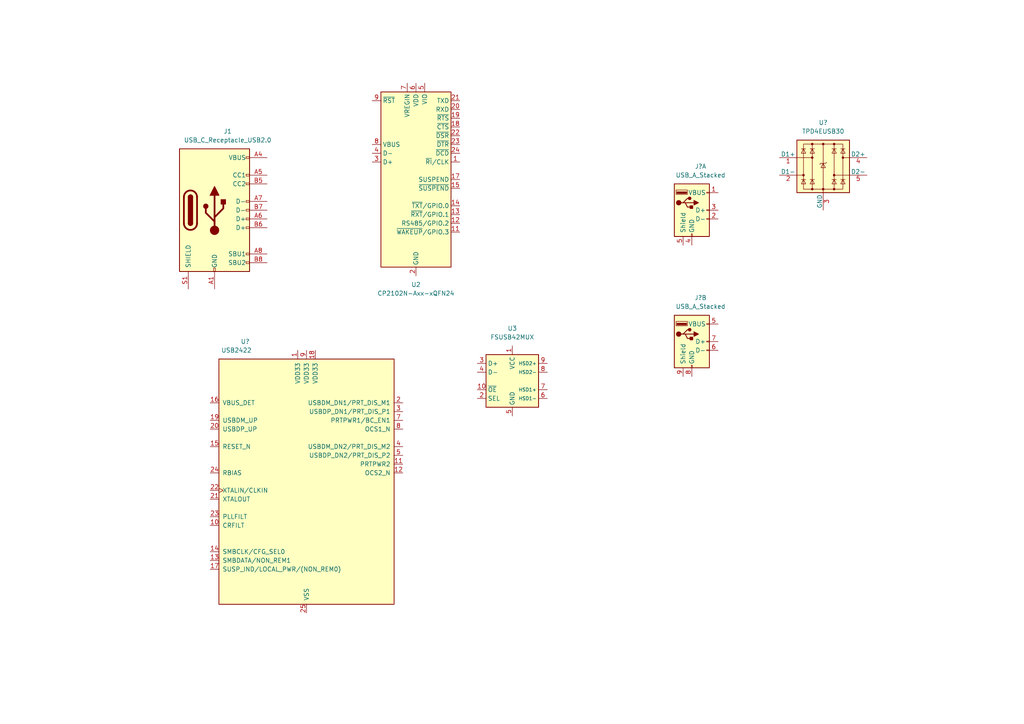
<source format=kicad_sch>
(kicad_sch (version 20201015) (generator eeschema)
  (paper "A4")
  (lib_symbols
    (symbol "Connector:USB_C_Receptacle_USB2.0" (pin_names (offset 1.016))
      (property "Reference" "J" (at -10.16 19.05 0))
      (property "Value" "USB_C_Receptacle_USB2.0" (at 19.05 19.05 0))
      (symbol "USB_C_Receptacle_USB2.0_0_0"
        (rectangle (start -0.254 -17.78) (end 0.254 -16.764))
        (rectangle (start 10.16 -14.986) (end 9.144 -15.494))
        (rectangle (start 10.16 -12.446) (end 9.144 -12.954))
        (rectangle (start 10.16 -4.826) (end 9.144 -5.334))
        (rectangle (start 10.16 -2.286) (end 9.144 -2.794))
        (rectangle (start 10.16 0.254) (end 9.144 -0.254))
        (rectangle (start 10.16 2.794) (end 9.144 2.286))
        (rectangle (start 10.16 7.874) (end 9.144 7.366))
        (rectangle (start 10.16 10.414) (end 9.144 9.906))
        (rectangle (start 10.16 15.494) (end 9.144 14.986))
      )
      (symbol "USB_C_Receptacle_USB2.0_0_1"
        (arc (start -8.89 -3.81) (end -5.08 -3.81) (radius (at -6.985 -3.81) (length 1.905) (angles -179.9 -0.1)) (stroke (width 0.508)))
        (arc (start -7.62 -3.81) (end -6.35 -3.81) (radius (at -6.985 -3.81) (length 0.635) (angles -179.9 -0.1)) (stroke (width 0.254)))
        (arc (start -7.62 -3.81) (end -6.35 -3.81) (radius (at -6.985 -3.81) (length 0.635) (angles -179.9 -0.1)) (stroke (width 0.254)) (fill (type outline)))
        (arc (start -6.35 3.81) (end -7.62 3.81) (radius (at -6.985 3.81) (length 0.635) (angles 0.1 179.9)) (stroke (width 0.254)) (fill (type outline)))
        (arc (start -6.35 3.81) (end -7.62 3.81) (radius (at -6.985 3.81) (length 0.635) (angles 0.1 179.9)) (stroke (width 0.254)))
        (arc (start -5.08 3.81) (end -8.89 3.81) (radius (at -6.985 3.81) (length 1.905) (angles 0.1 179.9)) (stroke (width 0.508)))
        (circle (center -2.54 1.143) (radius 0.635) (stroke (width 0.254)) (fill (type outline)))
        (circle (center 0 -5.842) (radius 1.27) (fill (type outline)))
        (rectangle (start -10.16 17.78) (end 10.16 -17.78) (stroke (width 0.254)) (fill (type background)))
        (rectangle (start -7.62 -3.81) (end -6.35 3.81) (stroke (width 0.254)) (fill (type outline)))
        (rectangle (start 1.905 1.778) (end 3.175 3.048) (stroke (width 0.254)) (fill (type outline)))
        (polyline (pts (xy -8.89 -3.81) (xy -8.89 3.81)) (stroke (width 0.508)))
        (polyline (pts (xy -5.08 3.81) (xy -5.08 -3.81)) (stroke (width 0.508)))
        (polyline (pts (xy 0 -5.842) (xy 0 4.318)) (stroke (width 0.508)))
        (polyline (pts (xy 0 -3.302) (xy -2.54 -0.762) (xy -2.54 0.508)) (stroke (width 0.508)))
        (polyline (pts (xy 0 -2.032) (xy 2.54 0.508) (xy 2.54 1.778)) (stroke (width 0.508)))
        (polyline (pts (xy -1.27 4.318) (xy 0 6.858) (xy 1.27 4.318) (xy -1.27 4.318)) (stroke (width 0.254)) (fill (type outline)))
      )
      (symbol "USB_C_Receptacle_USB2.0_1_1"
        (pin passive line (at 0 -22.86 90) (length 5.08) (name "GND") (number "A1"))
        (pin passive line (at 0 -22.86 90) (length 5.08) hide (name "GND") (number "A12"))
        (pin passive line (at 15.24 15.24 180) (length 5.08) (name "VBUS") (number "A4"))
        (pin bidirectional line (at 15.24 10.16 180) (length 5.08) (name "CC1") (number "A5"))
        (pin bidirectional line (at 15.24 -2.54 180) (length 5.08) (name "D+") (number "A6"))
        (pin bidirectional line (at 15.24 2.54 180) (length 5.08) (name "D-") (number "A7"))
        (pin bidirectional line (at 15.24 -12.7 180) (length 5.08) (name "SBU1") (number "A8"))
        (pin passive line (at 15.24 15.24 180) (length 5.08) hide (name "VBUS") (number "A9"))
        (pin passive line (at 0 -22.86 90) (length 5.08) hide (name "GND") (number "B1"))
        (pin passive line (at 0 -22.86 90) (length 5.08) hide (name "GND") (number "B12"))
        (pin passive line (at 15.24 15.24 180) (length 5.08) hide (name "VBUS") (number "B4"))
        (pin bidirectional line (at 15.24 7.62 180) (length 5.08) (name "CC2") (number "B5"))
        (pin bidirectional line (at 15.24 -5.08 180) (length 5.08) (name "D+") (number "B6"))
        (pin bidirectional line (at 15.24 0 180) (length 5.08) (name "D-") (number "B7"))
        (pin bidirectional line (at 15.24 -15.24 180) (length 5.08) (name "SBU2") (number "B8"))
        (pin passive line (at 15.24 15.24 180) (length 5.08) hide (name "VBUS") (number "B9"))
        (pin passive line (at -7.62 -22.86 90) (length 5.08) (name "SHIELD") (number "S1"))
      )
    )
    (symbol "Interface_USB:CP2102N-Axx-xQFN24"
      (property "Reference" "U" (at -8.89 26.67 0))
      (property "Value" "CP2102N-Axx-xQFN24" (at 13.97 26.67 0))
      (symbol "CP2102N-Axx-xQFN24_0_1"
        (rectangle (start -10.16 25.4) (end 10.16 -25.4) (stroke (width 0.254)) (fill (type background)))
      )
      (symbol "CP2102N-Axx-xQFN24_1_1"
        (pin bidirectional line (at 12.7 5.08 180) (length 2.54) (name "~RI~/CLK") (number "1"))
        (pin unconnected line (at -10.16 -22.86 0) (length 2.54) hide (name "NC") (number "10"))
        (pin bidirectional line (at 12.7 -15.24 180) (length 2.54) (name "~WAKEUP~/GPIO.3") (number "11"))
        (pin bidirectional line (at 12.7 -12.7 180) (length 2.54) (name "RS485/GPIO.2") (number "12"))
        (pin bidirectional line (at 12.7 -10.16 180) (length 2.54) (name "~RXT~/GPIO.1") (number "13"))
        (pin bidirectional line (at 12.7 -7.62 180) (length 2.54) (name "~TXT~/GPIO.0") (number "14"))
        (pin output line (at 12.7 -2.54 180) (length 2.54) (name "~SUSPEND") (number "15"))
        (pin unconnected line (at 10.16 -22.86 180) (length 2.54) hide (name "NC") (number "16"))
        (pin output line (at 12.7 0 180) (length 2.54) (name "SUSPEND") (number "17"))
        (pin input line (at 12.7 15.24 180) (length 2.54) (name "~CTS") (number "18"))
        (pin output line (at 12.7 17.78 180) (length 2.54) (name "~RTS") (number "19"))
        (pin power_in line (at 0 -27.94 90) (length 2.54) (name "GND") (number "2"))
        (pin input line (at 12.7 20.32 180) (length 2.54) (name "RXD") (number "20"))
        (pin output line (at 12.7 22.86 180) (length 2.54) (name "TXD") (number "21"))
        (pin input line (at 12.7 12.7 180) (length 2.54) (name "~DSR") (number "22"))
        (pin output line (at 12.7 10.16 180) (length 2.54) (name "~DTR") (number "23"))
        (pin input line (at 12.7 7.62 180) (length 2.54) (name "~DCD") (number "24"))
        (pin passive line (at 0 -27.94 90) (length 2.54) hide (name "GND") (number "25"))
        (pin bidirectional line (at -12.7 5.08 0) (length 2.54) (name "D+") (number "3"))
        (pin bidirectional line (at -12.7 7.62 0) (length 2.54) (name "D-") (number "4"))
        (pin power_in line (at 2.54 27.94 270) (length 2.54) (name "VIO") (number "5"))
        (pin power_in line (at 0 27.94 270) (length 2.54) (name "VDD") (number "6"))
        (pin power_in line (at -2.54 27.94 270) (length 2.54) (name "VREGIN") (number "7"))
        (pin input line (at -12.7 10.16 0) (length 2.54) (name "VBUS") (number "8"))
        (pin input line (at -12.7 22.86 0) (length 2.54) (name "~RST") (number "9"))
      )
    )
    (symbol "Interface_USB:FSUSB42MUX"
      (property "Reference" "U" (at -6.35 8.89 0))
      (property "Value" "FSUSB42MUX" (at 7.62 8.89 0))
      (symbol "FSUSB42MUX_0_1"
        (rectangle (start 7.62 7.62) (end -7.62 -7.62) (stroke (width 0.254)) (fill (type background)))
      )
      (symbol "FSUSB42MUX_1_1"
        (pin power_in line (at 0 10.16 270) (length 2.54) (name "VCC") (number "1"))
        (pin input line (at -10.16 -2.54 0) (length 2.54) (name "~OE") (number "10"))
        (pin input line (at -10.16 -5.08 0) (length 2.54) (name "SEL") (number "2"))
        (pin bidirectional line (at -10.16 5.08 0) (length 2.54) (name "D+") (number "3"))
        (pin bidirectional line (at -10.16 2.54 0) (length 2.54) (name "D-") (number "4"))
        (pin power_in line (at 0 -10.16 90) (length 2.54) (name "GND") (number "5"))
        (pin bidirectional line (at 10.16 -5.08 180) (length 2.54) (name "HSD1-") (number "6"))
        (pin bidirectional line (at 10.16 -2.54 180) (length 2.54) (name "HSD1+") (number "7"))
        (pin bidirectional line (at 10.16 2.54 180) (length 2.54) (name "HSD2-") (number "8"))
        (pin bidirectional line (at 10.16 5.08 180) (length 2.54) (name "HSD2+") (number "9"))
      )
    )
    (symbol "LightBlue:USB2422" (pin_names (offset 1.016))
      (property "Reference" "U" (at -17.78 40.64 0))
      (property "Value" "USB2422" (at -20.32 38.1 0))
      (symbol "USB2422_0_1"
        (rectangle (start -25.4 35.56) (end 25.4 -35.56) (stroke (width 0.254)) (fill (type background)))
      )
      (symbol "USB2422_1_1"
        (pin bidirectional line (at 27.94 22.86 180) (length 2.54) (name "USBDM_DN1/PRT_DIS_M1") (number "2"))
        (pin bidirectional line (at 27.94 17.78 180) (length 2.54) (name "PRTPWR1/BC_EN1") (number "7"))
        (pin input line (at 27.94 15.24 180) (length 2.54) (name "OCS1_N") (number "8"))
        (pin input line (at -27.94 -12.7 0) (length 2.54) (name "CRFILT") (number "10"))
        (pin power_in line (at -2.54 38.1 270) (length 2.54) (name "VDD33") (number "1"))
        (pin bidirectional line (at 27.94 5.08 180) (length 2.54) (name "PRTPWR2") (number "11"))
        (pin input line (at 27.94 2.54 180) (length 2.54) (name "OCS2_N") (number "12"))
        (pin bidirectional line (at 27.94 20.32 180) (length 2.54) (name "USBDP_DN1/PRT_DIS_P1") (number "3"))
        (pin bidirectional line (at -27.94 -22.86 0) (length 2.54) (name "SMBDATA/NON_REM1") (number "13"))
        (pin power_in line (at 0 38.1 270) (length 2.54) (name "VDD33") (number "9"))
        (pin bidirectional line (at -27.94 -20.32 0) (length 2.54) (name "SMBCLK/CFG_SEL0") (number "14"))
        (pin input line (at -27.94 10.16 0) (length 2.54) (name "RESET_N") (number "15"))
        (pin input line (at -27.94 22.86 0) (length 2.54) (name "VBUS_DET") (number "16"))
        (pin bidirectional line (at -27.94 -25.4 0) (length 2.54) (name "SUSP_IND/LOCAL_PWR/(NON_REM0)") (number "17"))
        (pin bidirectional line (at 27.94 10.16 180) (length 2.54) (name "USBDM_DN2/PRT_DIS_M2") (number "4"))
        (pin bidirectional line (at -27.94 17.78 0) (length 2.54) (name "USBDM_UP") (number "19"))
        (pin bidirectional line (at -27.94 15.24 0) (length 2.54) (name "USBDP_UP") (number "20"))
        (pin output line (at -27.94 -5.08 0) (length 2.54) (name "XTALOUT") (number "21"))
        (pin input clock (at -27.94 -2.54 0) (length 2.54) (name "XTALIN/CLKIN") (number "22"))
        (pin input line (at -27.94 -10.16 0) (length 2.54) (name "PLLFILT") (number "23"))
        (pin input line (at -27.94 2.54 0) (length 2.54) (name "RBIAS") (number "24"))
        (pin power_in line (at 0 -38.1 90) (length 2.54) (name "VSS") (number "25"))
        (pin bidirectional line (at 27.94 7.62 180) (length 2.54) (name "USBDP_DN2/PRT_DIS_P2") (number "5"))
        (pin power_in line (at 2.54 38.1 270) (length 2.54) (name "VDD33") (number "18"))
      )
    )
    (symbol "LightBlue:USB_A_Stacked" (pin_names (offset 1.016))
      (property "Reference" "J" (at -5.08 11.43 0))
      (property "Value" "USB_A_Stacked" (at -5.08 8.89 0))
      (symbol "USB_A_Stacked_0_1"
        (circle (center -3.81 2.159) (radius 0.635) (stroke (width 0.254)) (fill (type outline)))
        (circle (center -0.635 3.429) (radius 0.381) (stroke (width 0.254)) (fill (type outline)))
        (rectangle (start -5.08 -7.62) (end 5.08 7.62) (stroke (width 0.254)) (fill (type background)))
        (rectangle (start -1.524 4.826) (end -4.318 5.334) (fill (type outline)))
        (rectangle (start -1.27 4.572) (end -4.572 5.842))
        (rectangle (start -0.127 -7.62) (end 0.127 -6.858))
        (rectangle (start 0.254 1.27) (end -0.508 0.508) (stroke (width 0.254)) (fill (type outline)))
        (rectangle (start 5.08 -2.667) (end 4.318 -2.413))
        (rectangle (start 5.08 -0.127) (end 4.318 0.127))
        (rectangle (start 5.08 4.953) (end 4.318 5.207))
        (polyline (pts (xy -3.175 2.159) (xy -2.54 2.159) (xy -1.27 3.429) (xy -0.635 3.429)) (stroke (width 0.254)))
        (polyline (pts (xy -2.54 2.159) (xy -1.905 2.159) (xy -1.27 0.889) (xy 0 0.889)) (stroke (width 0.254)))
        (polyline (pts (xy 0.635 2.794) (xy 0.635 1.524) (xy 1.905 2.159) (xy 0.635 2.794)) (stroke (width 0.254)) (fill (type outline)))
      )
      (symbol "USB_A_Stacked_1_1"
        (polyline (pts (xy -1.905 2.159) (xy 0.635 2.159)) (stroke (width 0.254)))
        (pin power_in line (at 7.62 5.08 180) (length 2.54) (name "VBUS") (number "1"))
        (pin bidirectional line (at 7.62 -2.54 180) (length 2.54) (name "D-") (number "2"))
        (pin bidirectional line (at 7.62 0 180) (length 2.54) (name "D+") (number "3"))
        (pin power_in line (at 0 -10.16 90) (length 2.54) (name "GND") (number "4"))
        (pin passive line (at -2.54 -10.16 90) (length 2.54) (name "Shield") (number "5"))
      )
      (symbol "USB_A_Stacked_2_1"
        (polyline (pts (xy -1.905 2.159) (xy 0.635 2.159)) (stroke (width 0.254)))
        (pin power_in line (at 7.62 5.08 180) (length 2.54) (name "VBUS") (number "5"))
        (pin bidirectional line (at 7.62 -2.54 180) (length 2.54) (name "D-") (number "6"))
        (pin bidirectional line (at 7.62 0 180) (length 2.54) (name "D+") (number "7"))
        (pin power_in line (at 0 -10.16 90) (length 2.54) (name "GND") (number "8"))
        (pin passive line (at -2.54 -10.16 90) (length 2.54) (name "Shield") (number "9"))
      )
    )
    (symbol "Power_Protection:TPD4EUSB30" (pin_names (offset 0))
      (property "Reference" "U" (at -0.635 8.89 0))
      (property "Value" "TPD4EUSB30" (at 8.89 -10.16 0))
      (symbol "TPD4EUSB30_0_0"
        (rectangle (start -5.715 6.477) (end 5.715 -6.604))
        (polyline (pts (xy -3.175 -6.604) (xy -3.175 6.477)))
        (polyline (pts (xy 0 6.477) (xy 0 -6.604)))
        (polyline (pts (xy 3.175 6.477) (xy 3.175 -6.604)))
      )
      (symbol "TPD4EUSB30_0_1"
        (circle (center -5.715 -2.54) (radius 0.2794) (fill (type outline)))
        (circle (center -3.175 -6.604) (radius 0.2794) (fill (type outline)))
        (circle (center -3.175 2.54) (radius 0.2794) (fill (type outline)))
        (circle (center -3.175 6.477) (radius 0.2794) (fill (type outline)))
        (circle (center 0 -6.604) (radius 0.2794) (fill (type outline)))
        (circle (center 0 6.477) (radius 0.2794) (fill (type outline)))
        (circle (center 3.175 -6.604) (radius 0.2794) (fill (type outline)))
        (circle (center 3.175 -2.54) (radius 0.2794) (fill (type outline)))
        (circle (center 3.175 6.477) (radius 0.2794) (fill (type outline)))
        (circle (center 5.715 2.54) (radius 0.2794) (fill (type outline)))
        (rectangle (start -7.62 7.62) (end 7.62 -7.62) (stroke (width 0.254)) (fill (type background)))
        (polyline (pts (xy -7.747 2.54) (xy -3.175 2.54)))
        (polyline (pts (xy -7.62 -2.54) (xy -5.715 -2.54)))
        (polyline (pts (xy -5.08 -3.81) (xy -6.35 -3.81)))
        (polyline (pts (xy -5.08 5.08) (xy -6.35 5.08)))
        (polyline (pts (xy -2.54 -3.81) (xy -3.81 -3.81)))
        (polyline (pts (xy -2.54 5.08) (xy -3.81 5.08)))
        (polyline (pts (xy -0.635 0.889) (xy -1.016 0.635)))
        (polyline (pts (xy 0 -6.604) (xy 0 -7.62)))
        (polyline (pts (xy 0.635 0.889) (xy -0.635 0.889)))
        (polyline (pts (xy 0.635 0.889) (xy 1.016 1.143)))
        (polyline (pts (xy 3.81 -3.81) (xy 2.54 -3.81)))
        (polyline (pts (xy 3.81 5.08) (xy 2.54 5.08)))
        (polyline (pts (xy 6.35 -3.81) (xy 5.08 -3.81)))
        (polyline (pts (xy 6.35 5.08) (xy 5.08 5.08)))
        (polyline (pts (xy 7.62 -2.54) (xy 3.175 -2.54)))
        (polyline (pts (xy 7.62 2.54) (xy 5.715 2.54)))
        (polyline (pts (xy -5.08 -5.08) (xy -6.35 -5.08) (xy -5.715 -3.81) (xy -5.08 -5.08)))
        (polyline (pts (xy -5.08 3.81) (xy -6.35 3.81) (xy -5.715 5.08) (xy -5.08 3.81)))
        (polyline (pts (xy -2.54 -5.08) (xy -3.81 -5.08) (xy -3.175 -3.81) (xy -2.54 -5.08)))
        (polyline (pts (xy -2.54 3.81) (xy -3.81 3.81) (xy -3.175 5.08) (xy -2.54 3.81)))
        (polyline (pts (xy 0.635 -0.381) (xy -0.635 -0.381) (xy 0 0.889) (xy 0.635 -0.381)))
        (polyline (pts (xy 3.81 -5.08) (xy 2.54 -5.08) (xy 3.175 -3.81) (xy 3.81 -5.08)))
        (polyline (pts (xy 3.81 3.81) (xy 2.54 3.81) (xy 3.175 5.08) (xy 3.81 3.81)))
        (polyline (pts (xy 6.35 -5.08) (xy 5.08 -5.08) (xy 5.715 -3.81) (xy 6.35 -5.08)))
        (polyline (pts (xy 6.35 3.81) (xy 5.08 3.81) (xy 5.715 5.08) (xy 6.35 3.81)))
      )
      (symbol "TPD4EUSB30_1_1"
        (pin passive line (at -12.7 2.54 0) (length 5.08) (name "D1+") (number "1"))
        (pin unconnected line (at -5.08 7.62 0) (length 5.08) hide (name "NC") (number "10"))
        (pin passive line (at -12.7 -2.54 0) (length 5.08) (name "D1-") (number "2"))
        (pin power_in line (at 0 -12.7 90) (length 5.08) (name "GND") (number "3"))
        (pin passive line (at 12.7 2.54 180) (length 5.08) (name "D2+") (number "4"))
        (pin passive line (at 12.7 -2.54 180) (length 5.08) (name "D2-") (number "5"))
        (pin unconnected line (at 5.08 -7.62 180) (length 5.08) hide (name "NC") (number "6"))
        (pin unconnected line (at 5.08 7.62 180) (length 5.08) hide (name "NC") (number "7"))
        (pin passive line (at 0 -12.7 90) (length 5.08) hide (name "GND") (number "8"))
        (pin unconnected line (at -5.08 -7.62 0) (length 5.08) hide (name "NC") (number "9"))
      )
    )
  )
  (symbol (lib_id "LightBlue:USB_A_Stacked") (at 200.66 60.96 0) (unit 1)
    (property "Reference" "J?" (at 203.2 48.26 0))
    (property "Value" "USB_A_Stacked" (at 203.2 50.8 0))
    (property "Datasheet" " ~" (effects hide))
  )
  (symbol (lib_id "LightBlue:USB_A_Stacked") (at 200.66 99.06 0) (unit 2)
    (property "Reference" "J?" (at 203.2 86.36 0))
    (property "Value" "USB_A_Stacked" (at 203.2 88.9 0))
    (property "Datasheet" " ~" (effects hide))
  )
  (symbol (lib_id "Interface_USB:FSUSB42MUX") (at 148.59 110.49 0) (unit 1)
    (property "Reference" "U3" (at 148.59 95.25 0))
    (property "Value" "FSUSB42MUX" (at 148.59 97.79 0))
    (property "Footprint" "Package_SO:MSOP-10_3x3mm_P0.5mm" (effects hide))
    (property "Datasheet" "https://www.onsemi.com/pub/Collateral/FSUSB42-D.PDF" (effects hide))
  )
  (symbol (lib_id "Power_Protection:TPD4EUSB30") (at 238.76 48.26 0) (unit 1)
    (property "Reference" "U?" (at 238.76 35.56 0))
    (property "Value" "TPD4EUSB30" (at 238.76 38.1 0))
    (property "Footprint" "Package_SON:USON-10_2.5x1.0mm_P0.5mm" (effects hide))
    (property "Datasheet" "http://www.ti.com/lit/ds/symlink/tpd2eusb30a.pdf" (effects hide))
  )
  (symbol (lib_id "Connector:USB_C_Receptacle_USB2.0") (at 62.23 60.96 0) (unit 1)
    (property "Reference" "J1" (at 66.04 38.1 0))
    (property "Value" "USB_C_Receptacle_USB2.0" (at 66.04 40.64 0))
    (property "Footprint" "Connector_USB:USB_C_Receptacle_HRO_TYPE-C-31-M-12" (effects hide))
    (property "Datasheet" "https://www.usb.org/sites/default/files/documents/usb_type-c.zip" (effects hide))
  )
  (symbol (lib_id "Interface_USB:CP2102N-Axx-xQFN24") (at 120.65 52.07 0) (unit 1)
    (property "Reference" "U2" (at 120.65 82.55 0))
    (property "Value" "CP2102N-Axx-xQFN24" (at 120.65 85.09 0))
    (property "Footprint" "Package_DFN_QFN:QFN-24-1EP_4x4mm_P0.5mm_EP2.6x2.6mm" (effects hide))
    (property "Datasheet" "https://www.silabs.com/documents/public/data-sheets/cp2102n-datasheet.pdf" (effects hide))
  )
  (symbol (lib_id "LightBlue:USB2422") (at 88.9 139.7 0) (unit 1)
    (property "Reference" "U?" (at 71.12 99.06 0))
    (property "Value" "USB2422" (at 68.58 101.6 0))
    (property "Footprint" "LightBlue:QFN-24-1EP_4x4mm_P0.5mm_EP2.6x2.6mm" (effects hide))
    (property "Datasheet" "http://ww1.microchip.com/downloads/en/DeviceDoc/00001692C.pdf" (effects hide))
  )
)
</source>
